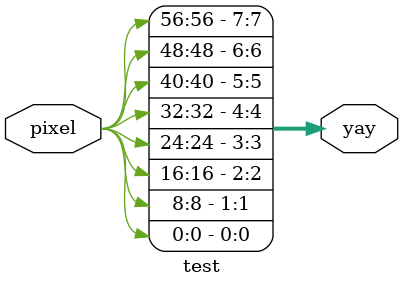
<source format=v>
`timescale 1ns / 1ps

module test(input [63:0] pixel,output [7:0] yay);
//module test(input [63:0] pixel, pixel2,output [15:0] yay);//output wire delimiter);
    assign yay[0] = pixel[8*0];
    assign yay[1] = pixel[8*1];
    assign yay[2] = pixel[8*2];
    assign yay[3] = pixel[8*3];
    assign yay[4] = pixel[8*4];
    assign yay[5] = pixel[8*5];
    assign yay[6] = pixel[8*6];
    assign yay[7] = pixel[8*7];
    
//    assign yay[8] = pixel2[8*0];
//    assign yay[9] = pixel2[8*1];
//    assign yay[10] = pixel2[8*2];
//    assign yay[11] = pixel2[8*3];
//    assign yay[12] = pixel2[8*4];
//    assign yay[13] = pixel2[8*5];
//    assign yay[14] = pixel2[8*6];
//    assign yay[15] = pixel2[8*7];
    
    //assign delimiter = (yay == 8'd36) ? 1'b1 : 1'b0;
endmodule

</source>
